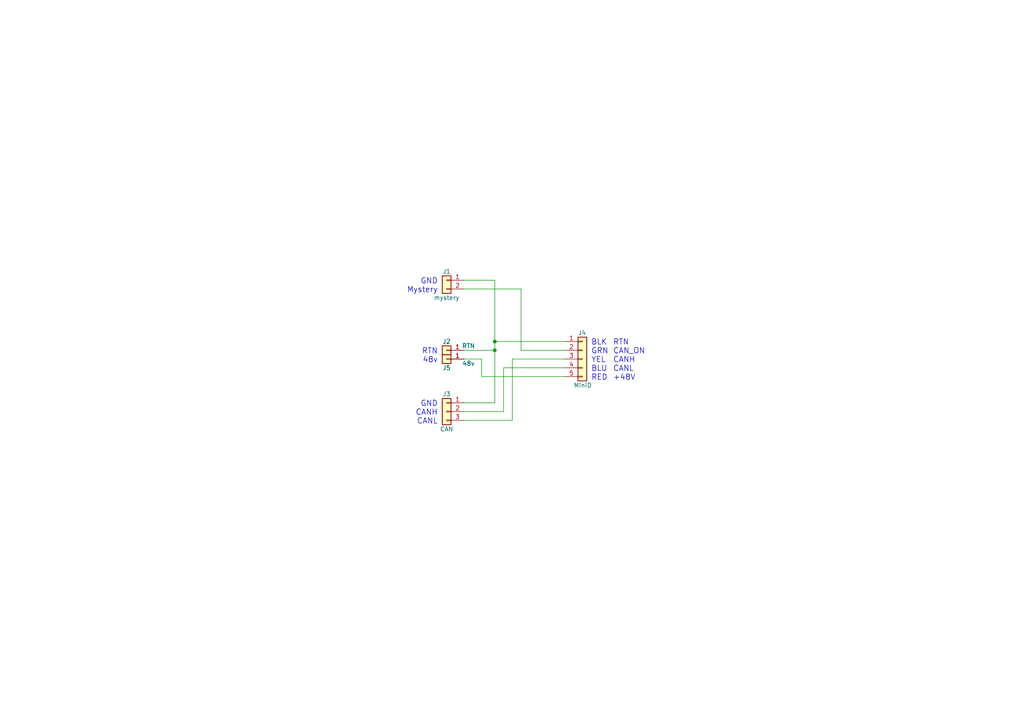
<source format=kicad_sch>
(kicad_sch (version 20211123) (generator eeschema)

  (uuid 268f1b3f-bc3d-4aaa-8677-47e48c4a193e)

  (paper "A4")

  (lib_symbols
    (symbol "Connector_Generic:Conn_01x01" (pin_names (offset 1.016) hide) (in_bom yes) (on_board yes)
      (property "Reference" "J" (id 0) (at 0 2.54 0)
        (effects (font (size 1.27 1.27)))
      )
      (property "Value" "Conn_01x01" (id 1) (at 0 -2.54 0)
        (effects (font (size 1.27 1.27)))
      )
      (property "Footprint" "" (id 2) (at 0 0 0)
        (effects (font (size 1.27 1.27)) hide)
      )
      (property "Datasheet" "~" (id 3) (at 0 0 0)
        (effects (font (size 1.27 1.27)) hide)
      )
      (property "ki_keywords" "connector" (id 4) (at 0 0 0)
        (effects (font (size 1.27 1.27)) hide)
      )
      (property "ki_description" "Generic connector, single row, 01x01, script generated (kicad-library-utils/schlib/autogen/connector/)" (id 5) (at 0 0 0)
        (effects (font (size 1.27 1.27)) hide)
      )
      (property "ki_fp_filters" "Connector*:*_1x??_*" (id 6) (at 0 0 0)
        (effects (font (size 1.27 1.27)) hide)
      )
      (symbol "Conn_01x01_1_1"
        (rectangle (start -1.27 0.127) (end 0 -0.127)
          (stroke (width 0.1524) (type default) (color 0 0 0 0))
          (fill (type none))
        )
        (rectangle (start -1.27 1.27) (end 1.27 -1.27)
          (stroke (width 0.254) (type default) (color 0 0 0 0))
          (fill (type background))
        )
        (pin passive line (at -5.08 0 0) (length 3.81)
          (name "Pin_1" (effects (font (size 1.27 1.27))))
          (number "1" (effects (font (size 1.27 1.27))))
        )
      )
    )
    (symbol "Connector_Generic:Conn_01x02" (pin_names (offset 1.016) hide) (in_bom yes) (on_board yes)
      (property "Reference" "J" (id 0) (at 0 2.54 0)
        (effects (font (size 1.27 1.27)))
      )
      (property "Value" "Conn_01x02" (id 1) (at 0 -5.08 0)
        (effects (font (size 1.27 1.27)))
      )
      (property "Footprint" "" (id 2) (at 0 0 0)
        (effects (font (size 1.27 1.27)) hide)
      )
      (property "Datasheet" "~" (id 3) (at 0 0 0)
        (effects (font (size 1.27 1.27)) hide)
      )
      (property "ki_keywords" "connector" (id 4) (at 0 0 0)
        (effects (font (size 1.27 1.27)) hide)
      )
      (property "ki_description" "Generic connector, single row, 01x02, script generated (kicad-library-utils/schlib/autogen/connector/)" (id 5) (at 0 0 0)
        (effects (font (size 1.27 1.27)) hide)
      )
      (property "ki_fp_filters" "Connector*:*_1x??_*" (id 6) (at 0 0 0)
        (effects (font (size 1.27 1.27)) hide)
      )
      (symbol "Conn_01x02_1_1"
        (rectangle (start -1.27 -2.413) (end 0 -2.667)
          (stroke (width 0.1524) (type default) (color 0 0 0 0))
          (fill (type none))
        )
        (rectangle (start -1.27 0.127) (end 0 -0.127)
          (stroke (width 0.1524) (type default) (color 0 0 0 0))
          (fill (type none))
        )
        (rectangle (start -1.27 1.27) (end 1.27 -3.81)
          (stroke (width 0.254) (type default) (color 0 0 0 0))
          (fill (type background))
        )
        (pin passive line (at -5.08 0 0) (length 3.81)
          (name "Pin_1" (effects (font (size 1.27 1.27))))
          (number "1" (effects (font (size 1.27 1.27))))
        )
        (pin passive line (at -5.08 -2.54 0) (length 3.81)
          (name "Pin_2" (effects (font (size 1.27 1.27))))
          (number "2" (effects (font (size 1.27 1.27))))
        )
      )
    )
    (symbol "Connector_Generic:Conn_01x03" (pin_names (offset 1.016) hide) (in_bom yes) (on_board yes)
      (property "Reference" "J" (id 0) (at 0 5.08 0)
        (effects (font (size 1.27 1.27)))
      )
      (property "Value" "Conn_01x03" (id 1) (at 0 -5.08 0)
        (effects (font (size 1.27 1.27)))
      )
      (property "Footprint" "" (id 2) (at 0 0 0)
        (effects (font (size 1.27 1.27)) hide)
      )
      (property "Datasheet" "~" (id 3) (at 0 0 0)
        (effects (font (size 1.27 1.27)) hide)
      )
      (property "ki_keywords" "connector" (id 4) (at 0 0 0)
        (effects (font (size 1.27 1.27)) hide)
      )
      (property "ki_description" "Generic connector, single row, 01x03, script generated (kicad-library-utils/schlib/autogen/connector/)" (id 5) (at 0 0 0)
        (effects (font (size 1.27 1.27)) hide)
      )
      (property "ki_fp_filters" "Connector*:*_1x??_*" (id 6) (at 0 0 0)
        (effects (font (size 1.27 1.27)) hide)
      )
      (symbol "Conn_01x03_1_1"
        (rectangle (start -1.27 -2.413) (end 0 -2.667)
          (stroke (width 0.1524) (type default) (color 0 0 0 0))
          (fill (type none))
        )
        (rectangle (start -1.27 0.127) (end 0 -0.127)
          (stroke (width 0.1524) (type default) (color 0 0 0 0))
          (fill (type none))
        )
        (rectangle (start -1.27 2.667) (end 0 2.413)
          (stroke (width 0.1524) (type default) (color 0 0 0 0))
          (fill (type none))
        )
        (rectangle (start -1.27 3.81) (end 1.27 -3.81)
          (stroke (width 0.254) (type default) (color 0 0 0 0))
          (fill (type background))
        )
        (pin passive line (at -5.08 2.54 0) (length 3.81)
          (name "Pin_1" (effects (font (size 1.27 1.27))))
          (number "1" (effects (font (size 1.27 1.27))))
        )
        (pin passive line (at -5.08 0 0) (length 3.81)
          (name "Pin_2" (effects (font (size 1.27 1.27))))
          (number "2" (effects (font (size 1.27 1.27))))
        )
        (pin passive line (at -5.08 -2.54 0) (length 3.81)
          (name "Pin_3" (effects (font (size 1.27 1.27))))
          (number "3" (effects (font (size 1.27 1.27))))
        )
      )
    )
    (symbol "Connector_Generic:Conn_01x05" (pin_names (offset 1.016) hide) (in_bom yes) (on_board yes)
      (property "Reference" "J" (id 0) (at 0 7.62 0)
        (effects (font (size 1.27 1.27)))
      )
      (property "Value" "Conn_01x05" (id 1) (at 0 -7.62 0)
        (effects (font (size 1.27 1.27)))
      )
      (property "Footprint" "" (id 2) (at 0 0 0)
        (effects (font (size 1.27 1.27)) hide)
      )
      (property "Datasheet" "~" (id 3) (at 0 0 0)
        (effects (font (size 1.27 1.27)) hide)
      )
      (property "ki_keywords" "connector" (id 4) (at 0 0 0)
        (effects (font (size 1.27 1.27)) hide)
      )
      (property "ki_description" "Generic connector, single row, 01x05, script generated (kicad-library-utils/schlib/autogen/connector/)" (id 5) (at 0 0 0)
        (effects (font (size 1.27 1.27)) hide)
      )
      (property "ki_fp_filters" "Connector*:*_1x??_*" (id 6) (at 0 0 0)
        (effects (font (size 1.27 1.27)) hide)
      )
      (symbol "Conn_01x05_1_1"
        (rectangle (start -1.27 -4.953) (end 0 -5.207)
          (stroke (width 0.1524) (type default) (color 0 0 0 0))
          (fill (type none))
        )
        (rectangle (start -1.27 -2.413) (end 0 -2.667)
          (stroke (width 0.1524) (type default) (color 0 0 0 0))
          (fill (type none))
        )
        (rectangle (start -1.27 0.127) (end 0 -0.127)
          (stroke (width 0.1524) (type default) (color 0 0 0 0))
          (fill (type none))
        )
        (rectangle (start -1.27 2.667) (end 0 2.413)
          (stroke (width 0.1524) (type default) (color 0 0 0 0))
          (fill (type none))
        )
        (rectangle (start -1.27 5.207) (end 0 4.953)
          (stroke (width 0.1524) (type default) (color 0 0 0 0))
          (fill (type none))
        )
        (rectangle (start -1.27 6.35) (end 1.27 -6.35)
          (stroke (width 0.254) (type default) (color 0 0 0 0))
          (fill (type background))
        )
        (pin passive line (at -5.08 5.08 0) (length 3.81)
          (name "Pin_1" (effects (font (size 1.27 1.27))))
          (number "1" (effects (font (size 1.27 1.27))))
        )
        (pin passive line (at -5.08 2.54 0) (length 3.81)
          (name "Pin_2" (effects (font (size 1.27 1.27))))
          (number "2" (effects (font (size 1.27 1.27))))
        )
        (pin passive line (at -5.08 0 0) (length 3.81)
          (name "Pin_3" (effects (font (size 1.27 1.27))))
          (number "3" (effects (font (size 1.27 1.27))))
        )
        (pin passive line (at -5.08 -2.54 0) (length 3.81)
          (name "Pin_4" (effects (font (size 1.27 1.27))))
          (number "4" (effects (font (size 1.27 1.27))))
        )
        (pin passive line (at -5.08 -5.08 0) (length 3.81)
          (name "Pin_5" (effects (font (size 1.27 1.27))))
          (number "5" (effects (font (size 1.27 1.27))))
        )
      )
    )
  )

  (junction (at 143.51 99.06) (diameter 0) (color 0 0 0 0)
    (uuid 761e9588-783a-44bf-9401-de9c5f8220a7)
  )
  (junction (at 143.51 101.6) (diameter 0) (color 0 0 0 0)
    (uuid df87ec5f-3a68-486b-9c08-87d7b7c47bfe)
  )

  (wire (pts (xy 134.62 119.38) (xy 146.05 119.38))
    (stroke (width 0) (type default) (color 0 0 0 0))
    (uuid 117b7fb4-b2f2-4624-99fa-b98409a7c8b4)
  )
  (wire (pts (xy 146.05 119.38) (xy 146.05 106.68))
    (stroke (width 0) (type default) (color 0 0 0 0))
    (uuid 19df74ac-7039-4261-863c-8eb74b13c6bf)
  )
  (wire (pts (xy 151.13 83.82) (xy 134.62 83.82))
    (stroke (width 0) (type default) (color 0 0 0 0))
    (uuid 1a9db7a6-5c6d-46d9-af67-11942cf6f20f)
  )
  (wire (pts (xy 134.62 81.28) (xy 143.51 81.28))
    (stroke (width 0) (type default) (color 0 0 0 0))
    (uuid 333ed7b0-b9fd-42f7-a865-309627cdcf38)
  )
  (wire (pts (xy 143.51 101.6) (xy 134.62 101.6))
    (stroke (width 0) (type default) (color 0 0 0 0))
    (uuid 3508262b-1682-4f6d-b952-2b9d6483e9bc)
  )
  (wire (pts (xy 134.62 104.14) (xy 139.7 104.14))
    (stroke (width 0) (type default) (color 0 0 0 0))
    (uuid 4c30cb7b-74f3-46e2-904f-ead7d416356a)
  )
  (wire (pts (xy 139.7 109.22) (xy 163.83 109.22))
    (stroke (width 0) (type default) (color 0 0 0 0))
    (uuid 5c38dba0-307f-4154-8ce8-4b396ac0c037)
  )
  (wire (pts (xy 143.51 99.06) (xy 143.51 81.28))
    (stroke (width 0) (type default) (color 0 0 0 0))
    (uuid 6674d92b-921f-4010-ad28-54dfe9e735f5)
  )
  (wire (pts (xy 163.83 101.6) (xy 151.13 101.6))
    (stroke (width 0) (type default) (color 0 0 0 0))
    (uuid 8b041502-c467-4648-b03e-f2ceb367f8dc)
  )
  (wire (pts (xy 134.62 121.92) (xy 148.59 121.92))
    (stroke (width 0) (type default) (color 0 0 0 0))
    (uuid 8cf09e82-90a5-4cb5-9c15-435f346b4ada)
  )
  (wire (pts (xy 146.05 106.68) (xy 163.83 106.68))
    (stroke (width 0) (type default) (color 0 0 0 0))
    (uuid 917334bc-841c-46dc-a03d-0d1e301ae2cb)
  )
  (wire (pts (xy 143.51 101.6) (xy 143.51 99.06))
    (stroke (width 0) (type default) (color 0 0 0 0))
    (uuid 97ebcde8-9a74-4490-aed0-b200ee1961c7)
  )
  (wire (pts (xy 139.7 104.14) (xy 139.7 109.22))
    (stroke (width 0) (type default) (color 0 0 0 0))
    (uuid bf4d610e-a514-44f0-a18a-990a30262363)
  )
  (wire (pts (xy 134.62 116.84) (xy 143.51 116.84))
    (stroke (width 0) (type default) (color 0 0 0 0))
    (uuid d9fba730-e2e2-4376-8312-d10f152356e6)
  )
  (wire (pts (xy 148.59 104.14) (xy 163.83 104.14))
    (stroke (width 0) (type default) (color 0 0 0 0))
    (uuid e01b09a7-8b50-4877-9f20-4bb99cb203dd)
  )
  (wire (pts (xy 148.59 121.92) (xy 148.59 104.14))
    (stroke (width 0) (type default) (color 0 0 0 0))
    (uuid e724f5a8-6190-45c6-ba13-22185c59a21c)
  )
  (wire (pts (xy 151.13 101.6) (xy 151.13 83.82))
    (stroke (width 0) (type default) (color 0 0 0 0))
    (uuid ed3bd434-a815-445c-a188-c00d3e03d40d)
  )
  (wire (pts (xy 143.51 99.06) (xy 163.83 99.06))
    (stroke (width 0) (type default) (color 0 0 0 0))
    (uuid f2988cbe-2a0f-4eea-ab4f-b004af3adb5d)
  )
  (wire (pts (xy 143.51 116.84) (xy 143.51 101.6))
    (stroke (width 0) (type default) (color 0 0 0 0))
    (uuid fbf307f2-3278-4655-ab5d-259ace62d504)
  )

  (text "RTN\n48v" (at 127 105.41 180)
    (effects (font (size 1.5875 1.5875)) (justify right bottom))
    (uuid 73b43bbc-2b76-433c-afbb-794b1ddd4a72)
  )
  (text "BLK\nGRN\nYEL\nBLU\nRED" (at 171.45 110.49 0)
    (effects (font (size 1.5875 1.5875)) (justify left bottom))
    (uuid 8aeee669-7eb9-4157-91c1-b1208194b662)
  )
  (text "GND\nCANH\nCANL" (at 127 123.19 180)
    (effects (font (size 1.5875 1.5875)) (justify right bottom))
    (uuid 8da62f01-5d29-4d5c-a9cc-972e7f0842ad)
  )
  (text "GND\nMystery" (at 127 85.09 180)
    (effects (font (size 1.5875 1.5875)) (justify right bottom))
    (uuid 9371c301-2ade-42ec-829a-d7cd4fa593a7)
  )
  (text "RTN\nCAN_ON\nCANH\nCANL\n+48V\n" (at 177.8 110.49 0)
    (effects (font (size 1.5875 1.5875)) (justify left bottom))
    (uuid dcfa9487-0179-44f0-aa48-a07689a37e43)
  )

  (symbol (lib_id "Connector_Generic:Conn_01x01") (at 129.54 101.6 180) (unit 1)
    (in_bom yes) (on_board yes)
    (uuid 06bf49fd-4661-4e54-b533-1d7b135f4089)
    (property "Reference" "J2" (id 0) (at 129.54 99.06 0))
    (property "Value" "RTN" (id 1) (at 135.89 100.33 0))
    (property "Footprint" "Connector_Wire:SolderWirePad_1x01_SMD_1x2mm" (id 2) (at 129.54 101.6 0)
      (effects (font (size 1.27 1.27)) hide)
    )
    (property "Datasheet" "~" (id 3) (at 129.54 101.6 0)
      (effects (font (size 1.27 1.27)) hide)
    )
    (pin "1" (uuid 8a99358e-ab91-4873-a46c-c4ef40a9f691))
  )

  (symbol (lib_id "Connector_Generic:Conn_01x01") (at 129.54 104.14 180) (unit 1)
    (in_bom yes) (on_board yes)
    (uuid 72d1570d-2a26-41e8-9c63-56bdd77d7441)
    (property "Reference" "J5" (id 0) (at 129.54 106.68 0))
    (property "Value" "48v" (id 1) (at 135.89 105.41 0))
    (property "Footprint" "Connector_Wire:SolderWirePad_1x01_SMD_1x2mm" (id 2) (at 129.54 104.14 0)
      (effects (font (size 1.27 1.27)) hide)
    )
    (property "Datasheet" "~" (id 3) (at 129.54 104.14 0)
      (effects (font (size 1.27 1.27)) hide)
    )
    (pin "1" (uuid b57e571f-794b-40fb-b9b1-2d32447933c7))
  )

  (symbol (lib_id "Connector_Generic:Conn_01x05") (at 168.91 104.14 0) (unit 1)
    (in_bom yes) (on_board yes)
    (uuid 96ada00e-e878-40db-b050-88a9181a6661)
    (property "Reference" "J4" (id 0) (at 167.64 96.52 0)
      (effects (font (size 1.27 1.27)) (justify left))
    )
    (property "Value" "MiniD" (id 1) (at 166.37 111.76 0)
      (effects (font (size 1.27 1.27)) (justify left))
    )
    (property "Footprint" "Connector_JST:JST_PH_B5B-PH-SM4-TB_1x05-1MP_P2.00mm_Vertical" (id 2) (at 168.91 104.14 0)
      (effects (font (size 1.27 1.27)) hide)
    )
    (property "Datasheet" "~" (id 3) (at 168.91 104.14 0)
      (effects (font (size 1.27 1.27)) hide)
    )
    (pin "1" (uuid 7e081d46-ff52-4ccd-adff-1a9900b33260))
    (pin "2" (uuid fa310019-956b-4c8a-9b51-fa9d80ecc80c))
    (pin "3" (uuid 3aa1c3f3-d159-453a-8320-39b4d467853e))
    (pin "4" (uuid 46119f94-17d9-4a75-939b-4ae4141822c1))
    (pin "5" (uuid 90fd2038-64d1-47b2-a56f-2a3a0f01eb88))
  )

  (symbol (lib_id "Connector_Generic:Conn_01x02") (at 129.54 81.28 0) (mirror y) (unit 1)
    (in_bom yes) (on_board yes)
    (uuid deee58d8-47d0-4ae7-98f9-5b975cfecb7b)
    (property "Reference" "J1" (id 0) (at 129.54 78.74 0))
    (property "Value" "mystery" (id 1) (at 129.54 86.36 0))
    (property "Footprint" "Connector_PinSocket_2.54mm:PinSocket_1x02_P2.54mm_Vertical" (id 2) (at 129.54 81.28 0)
      (effects (font (size 1.27 1.27)) hide)
    )
    (property "Datasheet" "~" (id 3) (at 129.54 81.28 0)
      (effects (font (size 1.27 1.27)) hide)
    )
    (pin "1" (uuid c937a4be-a846-46a9-b3e9-2e960ba55950))
    (pin "2" (uuid be7fcda5-51a1-4de0-aff4-a0005bbc75a6))
  )

  (symbol (lib_id "Connector_Generic:Conn_01x03") (at 129.54 119.38 0) (mirror y) (unit 1)
    (in_bom yes) (on_board yes)
    (uuid f552bc66-3afb-4785-97ad-469c832945f7)
    (property "Reference" "J3" (id 0) (at 129.54 114.3 0))
    (property "Value" "CAN" (id 1) (at 129.54 124.46 0))
    (property "Footprint" "Connector_PinSocket_2.54mm:PinSocket_1x03_P2.54mm_Vertical" (id 2) (at 129.54 119.38 0)
      (effects (font (size 1.27 1.27)) hide)
    )
    (property "Datasheet" "~" (id 3) (at 129.54 119.38 0)
      (effects (font (size 1.27 1.27)) hide)
    )
    (pin "1" (uuid 0aeb03d7-7c2e-4ecf-9838-645de2268e23))
    (pin "2" (uuid 8e1b13b3-5ace-4fa6-8a7d-1b871951d1f7))
    (pin "3" (uuid d9ee7407-74a9-45cb-8b0a-08b68dbaa78a))
  )

  (sheet_instances
    (path "/" (page "1"))
  )

  (symbol_instances
    (path "/deee58d8-47d0-4ae7-98f9-5b975cfecb7b"
      (reference "J1") (unit 1) (value "mystery") (footprint "Connector_PinSocket_2.54mm:PinSocket_1x02_P2.54mm_Vertical")
    )
    (path "/06bf49fd-4661-4e54-b533-1d7b135f4089"
      (reference "J2") (unit 1) (value "RTN") (footprint "Connector_Wire:SolderWirePad_1x01_SMD_1x2mm")
    )
    (path "/f552bc66-3afb-4785-97ad-469c832945f7"
      (reference "J3") (unit 1) (value "CAN") (footprint "Connector_PinSocket_2.54mm:PinSocket_1x03_P2.54mm_Vertical")
    )
    (path "/96ada00e-e878-40db-b050-88a9181a6661"
      (reference "J4") (unit 1) (value "MiniD") (footprint "Connector_JST:JST_PH_B5B-PH-SM4-TB_1x05-1MP_P2.00mm_Vertical")
    )
    (path "/72d1570d-2a26-41e8-9c63-56bdd77d7441"
      (reference "J5") (unit 1) (value "48v") (footprint "Connector_Wire:SolderWirePad_1x01_SMD_1x2mm")
    )
  )
)

</source>
